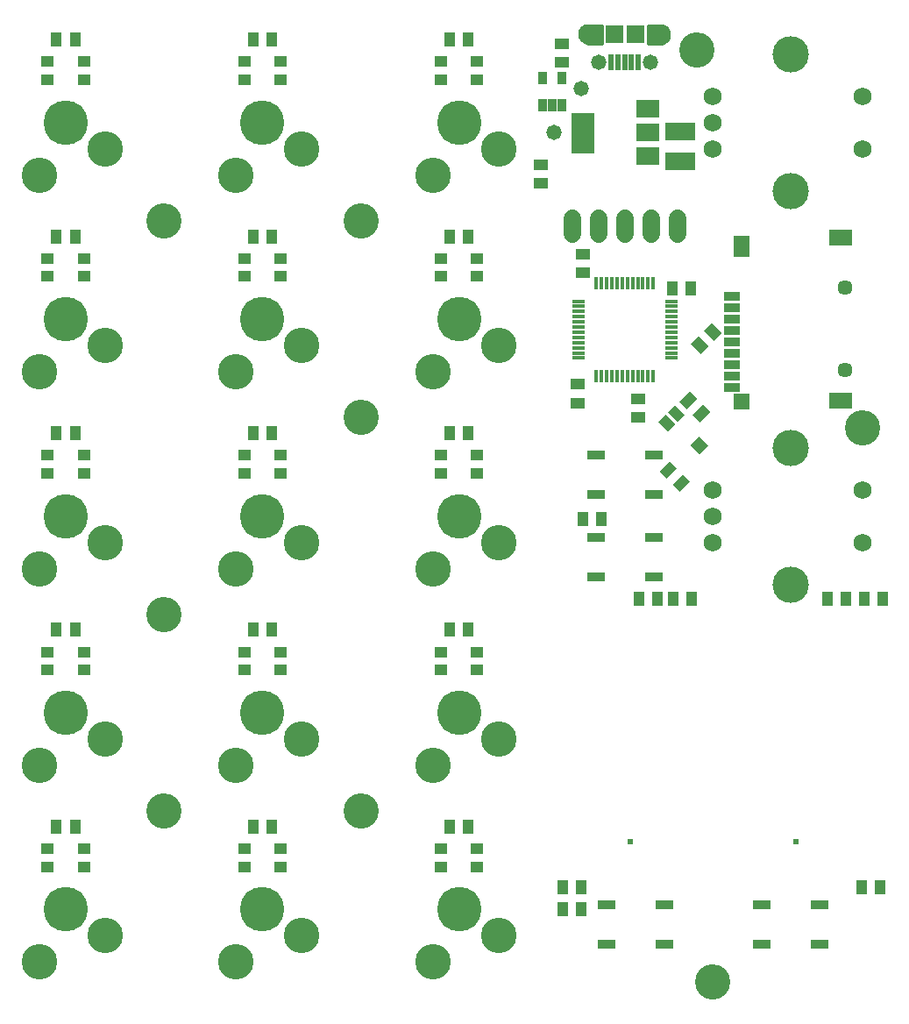
<source format=gts>
G75*
%MOIN*%
%OFA0B0*%
%FSLAX25Y25*%
%IPPOS*%
%LPD*%
%AMOC8*
5,1,8,0,0,1.08239X$1,22.5*
%
%ADD10C,0.13500*%
%ADD11C,0.16900*%
%ADD12C,0.06800*%
%ADD13C,0.13800*%
%ADD14C,0.02375*%
%ADD15R,0.03950X0.05524*%
%ADD16R,0.01587X0.04737*%
%ADD17R,0.04737X0.01587*%
%ADD18R,0.06312X0.03556*%
%ADD19R,0.08674X0.06312*%
%ADD20R,0.06312X0.05839*%
%ADD21R,0.06312X0.08477*%
%ADD22C,0.05721*%
%ADD23C,0.06800*%
%ADD24R,0.02178X0.06312*%
%ADD25R,0.06706X0.06902*%
%ADD26C,0.07591*%
%ADD27C,0.05820*%
%ADD28C,0.01500*%
%ADD29R,0.06800X0.03800*%
%ADD30R,0.08700X0.06700*%
%ADD31R,0.08700X0.15800*%
%ADD32R,0.05524X0.03950*%
%ADD33R,0.05131X0.03950*%
%ADD34R,0.05131X0.04737*%
%ADD35R,0.04737X0.04146*%
%ADD36R,0.03517X0.04698*%
%ADD37R,0.11430X0.07099*%
%ADD38C,0.05800*%
%ADD39C,0.13398*%
D10*
X0030770Y0020770D03*
X0055770Y0030770D03*
X0105573Y0020770D03*
X0130573Y0030770D03*
X0180376Y0020770D03*
X0205376Y0030770D03*
X0180376Y0095573D03*
X0205376Y0105573D03*
X0180376Y0170376D03*
X0205376Y0180376D03*
X0180376Y0245180D03*
X0205376Y0255180D03*
X0180376Y0319983D03*
X0205376Y0329983D03*
X0130573Y0329983D03*
X0105573Y0319983D03*
X0055770Y0329983D03*
X0030770Y0319983D03*
X0055770Y0255180D03*
X0030770Y0245180D03*
X0055770Y0180376D03*
X0030770Y0170376D03*
X0055770Y0105573D03*
X0030770Y0095573D03*
X0105573Y0095573D03*
X0130573Y0105573D03*
X0105573Y0170376D03*
X0130573Y0180376D03*
X0105573Y0245180D03*
X0130573Y0255180D03*
D11*
X0115573Y0265180D03*
X0115573Y0190376D03*
X0115573Y0115573D03*
X0115573Y0040770D03*
X0040770Y0040770D03*
X0040770Y0115573D03*
X0040770Y0190376D03*
X0040770Y0265180D03*
X0040770Y0339983D03*
X0115573Y0339983D03*
X0190376Y0339983D03*
X0190376Y0265180D03*
X0190376Y0190376D03*
X0190376Y0115573D03*
X0190376Y0040770D03*
D12*
X0286861Y0180376D03*
X0286861Y0190376D03*
X0286861Y0200376D03*
X0343861Y0200376D03*
X0343861Y0180376D03*
X0343861Y0329983D03*
X0343861Y0349983D03*
X0286861Y0349983D03*
X0286861Y0339983D03*
X0286861Y0329983D03*
D13*
X0316361Y0313983D03*
X0316361Y0365983D03*
X0316361Y0216376D03*
X0316361Y0164376D03*
D14*
X0318329Y0066557D03*
X0255337Y0066557D03*
D15*
X0236943Y0049400D03*
X0229857Y0049400D03*
X0229857Y0040900D03*
X0236943Y0040900D03*
X0193920Y0072298D03*
X0186833Y0072298D03*
X0119117Y0072298D03*
X0112030Y0072298D03*
X0044313Y0072298D03*
X0037227Y0072298D03*
X0037227Y0147101D03*
X0044313Y0147101D03*
X0112030Y0147101D03*
X0119117Y0147101D03*
X0186833Y0147101D03*
X0193920Y0147101D03*
X0237357Y0189400D03*
X0244443Y0189400D03*
G36*
X0269339Y0204556D02*
X0266546Y0207349D01*
X0270451Y0211254D01*
X0273244Y0208461D01*
X0269339Y0204556D01*
G37*
G36*
X0274349Y0199546D02*
X0271556Y0202339D01*
X0275461Y0206244D01*
X0278254Y0203451D01*
X0274349Y0199546D01*
G37*
G36*
X0282961Y0232744D02*
X0285754Y0229951D01*
X0281849Y0226046D01*
X0279056Y0228839D01*
X0282961Y0232744D01*
G37*
G36*
X0277951Y0237754D02*
X0280744Y0234961D01*
X0276839Y0231056D01*
X0274046Y0233849D01*
X0277951Y0237754D01*
G37*
G36*
X0285244Y0254839D02*
X0282451Y0252046D01*
X0278546Y0255951D01*
X0281339Y0258744D01*
X0285244Y0254839D01*
G37*
G36*
X0290254Y0259849D02*
X0287461Y0257056D01*
X0283556Y0260961D01*
X0286349Y0263754D01*
X0290254Y0259849D01*
G37*
X0278443Y0276900D03*
X0271357Y0276900D03*
X0193920Y0296707D03*
X0186833Y0296707D03*
X0119117Y0296707D03*
X0112030Y0296707D03*
X0044313Y0296707D03*
X0037227Y0296707D03*
X0037227Y0221904D03*
X0044313Y0221904D03*
X0112030Y0221904D03*
X0119117Y0221904D03*
X0186833Y0221904D03*
X0193920Y0221904D03*
X0258857Y0158900D03*
X0265943Y0158900D03*
X0271857Y0158900D03*
X0278943Y0158900D03*
X0330357Y0158900D03*
X0337443Y0158900D03*
X0344357Y0158900D03*
X0351443Y0158900D03*
X0350443Y0049400D03*
X0343357Y0049400D03*
X0193920Y0371510D03*
X0186833Y0371510D03*
X0119117Y0371510D03*
X0112030Y0371510D03*
X0044313Y0371510D03*
X0037227Y0371510D03*
D16*
X0242542Y0278959D03*
X0244510Y0278959D03*
X0246479Y0278959D03*
X0248447Y0278959D03*
X0250416Y0278959D03*
X0252384Y0278959D03*
X0254353Y0278959D03*
X0256321Y0278959D03*
X0258290Y0278959D03*
X0260258Y0278959D03*
X0262227Y0278959D03*
X0264195Y0278959D03*
X0264195Y0243526D03*
X0262227Y0243526D03*
X0260258Y0243526D03*
X0258290Y0243526D03*
X0256321Y0243526D03*
X0254353Y0243526D03*
X0252384Y0243526D03*
X0250416Y0243526D03*
X0248447Y0243526D03*
X0246479Y0243526D03*
X0244510Y0243526D03*
X0242542Y0243526D03*
D17*
X0235652Y0250416D03*
X0235652Y0252384D03*
X0235652Y0254353D03*
X0235652Y0256321D03*
X0235652Y0258290D03*
X0235652Y0260258D03*
X0235652Y0262227D03*
X0235652Y0264195D03*
X0235652Y0266164D03*
X0235652Y0268132D03*
X0235652Y0270101D03*
X0235652Y0272069D03*
X0271085Y0272069D03*
X0271085Y0270101D03*
X0271085Y0268132D03*
X0271085Y0266164D03*
X0271085Y0264195D03*
X0271085Y0262227D03*
X0271085Y0260258D03*
X0271085Y0258290D03*
X0271085Y0256321D03*
X0271085Y0254353D03*
X0271085Y0252384D03*
X0271085Y0250416D03*
D18*
X0294235Y0252187D03*
X0294235Y0247857D03*
X0294235Y0243526D03*
X0294235Y0239195D03*
X0294235Y0256518D03*
X0294235Y0260849D03*
X0294235Y0265180D03*
X0294235Y0269510D03*
X0294235Y0273841D03*
D19*
X0335455Y0296282D03*
X0335455Y0234077D03*
D20*
X0297660Y0233841D03*
D21*
X0297660Y0292837D03*
D22*
X0337030Y0277384D03*
X0337030Y0245888D03*
D23*
X0273369Y0297613D02*
X0273369Y0303613D01*
X0263369Y0303613D02*
X0263369Y0297613D01*
X0253369Y0297613D02*
X0253369Y0303613D01*
X0243369Y0303613D02*
X0243369Y0297613D01*
X0233369Y0297613D02*
X0233369Y0303613D01*
D24*
X0248250Y0363014D03*
X0250809Y0363014D03*
X0253369Y0363014D03*
X0255928Y0363014D03*
X0258487Y0363014D03*
D25*
X0257306Y0373447D03*
X0249431Y0373447D03*
D26*
X0239589Y0373447D03*
X0267148Y0373447D03*
D27*
X0263211Y0362817D03*
X0243526Y0362817D03*
D28*
X0244313Y0370298D02*
X0239983Y0370298D01*
X0239368Y0370358D01*
X0238777Y0370537D01*
X0238233Y0370828D01*
X0237756Y0371220D01*
X0237364Y0371697D01*
X0237073Y0372242D01*
X0236894Y0372833D01*
X0236833Y0373447D01*
X0236894Y0374062D01*
X0237073Y0374653D01*
X0237364Y0375197D01*
X0237756Y0375674D01*
X0238233Y0376066D01*
X0238777Y0376357D01*
X0239368Y0376536D01*
X0239983Y0376597D01*
X0244313Y0376597D01*
X0244313Y0370298D01*
X0244313Y0371532D02*
X0237499Y0371532D01*
X0236874Y0373031D02*
X0244313Y0373031D01*
X0244313Y0374529D02*
X0237035Y0374529D01*
X0238186Y0376028D02*
X0244313Y0376028D01*
X0262424Y0376028D02*
X0268551Y0376028D01*
X0268504Y0376066D02*
X0268981Y0375674D01*
X0269373Y0375197D01*
X0269664Y0374653D01*
X0269843Y0374062D01*
X0269904Y0373447D01*
X0269843Y0372833D01*
X0269664Y0372242D01*
X0269373Y0371697D01*
X0268981Y0371220D01*
X0268504Y0370828D01*
X0267960Y0370537D01*
X0267369Y0370358D01*
X0266754Y0370298D01*
X0262424Y0370298D01*
X0262424Y0376597D01*
X0266754Y0376597D01*
X0267369Y0376536D01*
X0267960Y0376357D01*
X0268504Y0376066D01*
X0269702Y0374529D02*
X0262424Y0374529D01*
X0262424Y0373031D02*
X0269863Y0373031D01*
X0269238Y0371532D02*
X0262424Y0371532D01*
D29*
X0264369Y0213624D03*
X0264369Y0198624D03*
X0264369Y0182128D03*
X0264369Y0167128D03*
X0242369Y0167128D03*
X0242369Y0182128D03*
X0242369Y0198624D03*
X0242369Y0213624D03*
X0246306Y0042428D03*
X0246306Y0027428D03*
X0268306Y0027428D03*
X0268306Y0042428D03*
X0305361Y0042428D03*
X0305361Y0027428D03*
X0327361Y0027428D03*
X0327361Y0042428D03*
D30*
X0262269Y0327146D03*
X0262269Y0336146D03*
X0262269Y0345146D03*
D31*
X0237469Y0336046D03*
D32*
X0221400Y0323943D03*
X0221400Y0316857D03*
X0237400Y0289943D03*
X0237400Y0282857D03*
X0235400Y0240443D03*
X0235400Y0233357D03*
X0258400Y0234943D03*
X0258400Y0227857D03*
X0229400Y0362857D03*
X0229400Y0369943D03*
D33*
G36*
X0273421Y0226205D02*
X0269794Y0229832D01*
X0272587Y0232625D01*
X0276214Y0228998D01*
X0273421Y0226205D01*
G37*
G36*
X0269802Y0222586D02*
X0266175Y0226213D01*
X0268968Y0229006D01*
X0272595Y0225379D01*
X0269802Y0222586D01*
G37*
D34*
G36*
X0281745Y0213762D02*
X0278118Y0217389D01*
X0281467Y0220738D01*
X0285094Y0217111D01*
X0281745Y0213762D01*
G37*
D35*
X0197266Y0213506D03*
X0197266Y0206617D03*
X0183487Y0206617D03*
X0183487Y0213506D03*
X0122463Y0213506D03*
X0122463Y0206617D03*
X0108683Y0206617D03*
X0108683Y0213506D03*
X0047660Y0213506D03*
X0047660Y0206617D03*
X0033880Y0206617D03*
X0033880Y0213506D03*
X0033880Y0281420D03*
X0033880Y0288309D03*
X0047660Y0288309D03*
X0047660Y0281420D03*
X0108683Y0281420D03*
X0108683Y0288309D03*
X0122463Y0288309D03*
X0122463Y0281420D03*
X0183487Y0281420D03*
X0183487Y0288309D03*
X0197266Y0288309D03*
X0197266Y0281420D03*
X0197266Y0356223D03*
X0197266Y0363113D03*
X0183487Y0363113D03*
X0183487Y0356223D03*
X0122463Y0356223D03*
X0122463Y0363113D03*
X0108683Y0363113D03*
X0108683Y0356223D03*
X0047660Y0356223D03*
X0047660Y0363113D03*
X0033880Y0363113D03*
X0033880Y0356223D03*
X0033880Y0138703D03*
X0033880Y0131813D03*
X0047660Y0131813D03*
X0047660Y0138703D03*
X0108683Y0138703D03*
X0108683Y0131813D03*
X0122463Y0131813D03*
X0122463Y0138703D03*
X0183487Y0138703D03*
X0183487Y0131813D03*
X0197266Y0131813D03*
X0197266Y0138703D03*
X0197266Y0063900D03*
X0197266Y0057010D03*
X0183487Y0057010D03*
X0183487Y0063900D03*
X0122463Y0063900D03*
X0122463Y0057010D03*
X0108683Y0057010D03*
X0108683Y0063900D03*
X0047660Y0063900D03*
X0047660Y0057010D03*
X0033880Y0057010D03*
X0033880Y0063900D03*
D36*
X0222060Y0346621D03*
X0225800Y0346621D03*
X0229540Y0346621D03*
X0229540Y0356818D03*
X0222060Y0356818D03*
D37*
X0274400Y0336412D03*
X0274400Y0325388D03*
D38*
X0236900Y0352900D03*
X0226400Y0336400D03*
D39*
X0280928Y0367542D03*
X0152975Y0302581D03*
X0152975Y0227778D03*
X0078172Y0302581D03*
X0078172Y0152975D03*
X0078172Y0078172D03*
X0152975Y0078172D03*
X0286833Y0013211D03*
X0343920Y0223841D03*
M02*

</source>
